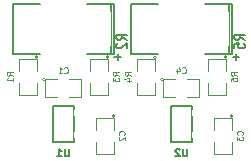
<source format=gbo>
G04 (created by PCBNEW (2013-mar-13)-testing) date Thu 04 Apr 2013 06:27:01 PM CEST*
%MOIN*%
G04 Gerber Fmt 3.4, Leading zero omitted, Abs format*
%FSLAX34Y34*%
G01*
G70*
G90*
G04 APERTURE LIST*
%ADD10C,0.006*%
%ADD11C,0.005*%
%ADD12C,0.0059*%
%ADD13C,0.0039*%
%ADD14C,0.00590551*%
%ADD15C,0.0043*%
%ADD16R,0.03X0.02*%
%ADD17R,0.0787X0.1181*%
%ADD18R,0.035X0.055*%
%ADD19R,0.055X0.035*%
%ADD20R,0.06X0.06*%
%ADD21C,0.06*%
%ADD22R,0.1X0.1*%
%ADD23C,0.1*%
%ADD24C,0.16*%
G04 APERTURE END LIST*
G54D10*
G54D11*
X46019Y-46447D02*
X45319Y-46447D01*
X45319Y-46447D02*
X45319Y-47647D01*
X45319Y-47647D02*
X46019Y-47647D01*
X46019Y-47647D02*
X46019Y-46447D01*
X42082Y-46447D02*
X41382Y-46447D01*
X41382Y-46447D02*
X41382Y-47647D01*
X41382Y-47647D02*
X42082Y-47647D01*
X42082Y-47647D02*
X42082Y-46447D01*
G54D12*
X47243Y-43070D02*
X47243Y-44724D01*
X47362Y-43070D02*
X47362Y-44724D01*
X43976Y-43070D02*
X43976Y-44724D01*
X44883Y-44726D02*
X43983Y-44726D01*
X43983Y-43068D02*
X44883Y-43068D01*
X46456Y-43068D02*
X47356Y-43068D01*
X47355Y-44726D02*
X46455Y-44726D01*
X43306Y-43070D02*
X43306Y-44724D01*
X43425Y-43070D02*
X43425Y-44724D01*
X40039Y-43070D02*
X40039Y-44724D01*
X40946Y-44726D02*
X40046Y-44726D01*
X40046Y-43068D02*
X40946Y-43068D01*
X42519Y-43068D02*
X43419Y-43068D01*
X43418Y-44726D02*
X42518Y-44726D01*
G54D13*
X45069Y-45566D02*
G75*
G03X45069Y-45566I-50J0D01*
G74*
G01*
X45469Y-45566D02*
X45069Y-45566D01*
X45069Y-45566D02*
X45069Y-46166D01*
X45069Y-46166D02*
X45469Y-46166D01*
X45869Y-46166D02*
X46269Y-46166D01*
X46269Y-46166D02*
X46269Y-45566D01*
X46269Y-45566D02*
X45869Y-45566D01*
X41132Y-45566D02*
G75*
G03X41132Y-45566I-50J0D01*
G74*
G01*
X41532Y-45566D02*
X41132Y-45566D01*
X41132Y-45566D02*
X41132Y-46166D01*
X41132Y-46166D02*
X41532Y-46166D01*
X41932Y-46166D02*
X42332Y-46166D01*
X42332Y-46166D02*
X42332Y-45566D01*
X42332Y-45566D02*
X41932Y-45566D01*
X40901Y-44822D02*
G75*
G03X40901Y-44822I-50J0D01*
G74*
G01*
X40851Y-45272D02*
X40851Y-44872D01*
X40851Y-44872D02*
X40251Y-44872D01*
X40251Y-44872D02*
X40251Y-45272D01*
X40251Y-45672D02*
X40251Y-46072D01*
X40251Y-46072D02*
X40851Y-46072D01*
X40851Y-46072D02*
X40851Y-45672D01*
X43263Y-44822D02*
G75*
G03X43263Y-44822I-50J0D01*
G74*
G01*
X43213Y-45272D02*
X43213Y-44872D01*
X43213Y-44872D02*
X42613Y-44872D01*
X42613Y-44872D02*
X42613Y-45272D01*
X42613Y-45672D02*
X42613Y-46072D01*
X42613Y-46072D02*
X43213Y-46072D01*
X43213Y-46072D02*
X43213Y-45672D01*
X44838Y-44822D02*
G75*
G03X44838Y-44822I-50J0D01*
G74*
G01*
X44788Y-45272D02*
X44788Y-44872D01*
X44788Y-44872D02*
X44188Y-44872D01*
X44188Y-44872D02*
X44188Y-45272D01*
X44188Y-45672D02*
X44188Y-46072D01*
X44188Y-46072D02*
X44788Y-46072D01*
X44788Y-46072D02*
X44788Y-45672D01*
X47200Y-44822D02*
G75*
G03X47200Y-44822I-50J0D01*
G74*
G01*
X47150Y-45272D02*
X47150Y-44872D01*
X47150Y-44872D02*
X46550Y-44872D01*
X46550Y-44872D02*
X46550Y-45272D01*
X46550Y-45672D02*
X46550Y-46072D01*
X46550Y-46072D02*
X47150Y-46072D01*
X47150Y-46072D02*
X47150Y-45672D01*
X47397Y-46790D02*
G75*
G03X47397Y-46790I-50J0D01*
G74*
G01*
X47347Y-47240D02*
X47347Y-46840D01*
X47347Y-46840D02*
X46747Y-46840D01*
X46747Y-46840D02*
X46747Y-47240D01*
X46747Y-47640D02*
X46747Y-48040D01*
X46747Y-48040D02*
X47347Y-48040D01*
X47347Y-48040D02*
X47347Y-47640D01*
X43460Y-46790D02*
G75*
G03X43460Y-46790I-50J0D01*
G74*
G01*
X43410Y-47240D02*
X43410Y-46840D01*
X43410Y-46840D02*
X42810Y-46840D01*
X42810Y-46840D02*
X42810Y-47240D01*
X42810Y-47640D02*
X42810Y-48040D01*
X42810Y-48040D02*
X43410Y-48040D01*
X43410Y-48040D02*
X43410Y-47640D01*
G54D11*
X45859Y-47882D02*
X45859Y-48085D01*
X45847Y-48108D01*
X45835Y-48120D01*
X45812Y-48132D01*
X45764Y-48132D01*
X45740Y-48120D01*
X45728Y-48108D01*
X45716Y-48085D01*
X45716Y-47882D01*
X45609Y-47906D02*
X45597Y-47894D01*
X45574Y-47882D01*
X45514Y-47882D01*
X45490Y-47894D01*
X45478Y-47906D01*
X45466Y-47930D01*
X45466Y-47954D01*
X45478Y-47989D01*
X45621Y-48132D01*
X45466Y-48132D01*
X41922Y-47882D02*
X41922Y-48085D01*
X41910Y-48108D01*
X41898Y-48120D01*
X41875Y-48132D01*
X41827Y-48132D01*
X41803Y-48120D01*
X41791Y-48108D01*
X41779Y-48085D01*
X41779Y-47882D01*
X41529Y-48132D02*
X41672Y-48132D01*
X41601Y-48132D02*
X41601Y-47882D01*
X41625Y-47918D01*
X41648Y-47942D01*
X41672Y-47954D01*
X47779Y-44241D02*
X47612Y-44141D01*
X47779Y-44069D02*
X47429Y-44069D01*
X47429Y-44184D01*
X47446Y-44212D01*
X47462Y-44227D01*
X47496Y-44241D01*
X47546Y-44241D01*
X47579Y-44227D01*
X47596Y-44212D01*
X47612Y-44184D01*
X47612Y-44069D01*
X47429Y-44512D02*
X47429Y-44369D01*
X47596Y-44355D01*
X47579Y-44369D01*
X47562Y-44398D01*
X47562Y-44469D01*
X47579Y-44498D01*
X47596Y-44512D01*
X47629Y-44527D01*
X47712Y-44527D01*
X47746Y-44512D01*
X47762Y-44498D01*
X47779Y-44469D01*
X47779Y-44398D01*
X47762Y-44369D01*
X47746Y-44355D01*
G54D14*
X47585Y-44810D02*
X47375Y-44810D01*
X47480Y-44915D02*
X47480Y-44705D01*
G54D11*
X43842Y-44241D02*
X43675Y-44141D01*
X43842Y-44069D02*
X43492Y-44069D01*
X43492Y-44184D01*
X43509Y-44212D01*
X43525Y-44227D01*
X43559Y-44241D01*
X43609Y-44241D01*
X43642Y-44227D01*
X43659Y-44212D01*
X43675Y-44184D01*
X43675Y-44069D01*
X43525Y-44355D02*
X43509Y-44369D01*
X43492Y-44398D01*
X43492Y-44469D01*
X43509Y-44498D01*
X43525Y-44512D01*
X43559Y-44527D01*
X43592Y-44527D01*
X43642Y-44512D01*
X43842Y-44341D01*
X43842Y-44527D01*
G54D14*
X43648Y-44810D02*
X43438Y-44810D01*
X43543Y-44915D02*
X43543Y-44705D01*
G54D15*
X45702Y-45336D02*
X45711Y-45345D01*
X45739Y-45355D01*
X45758Y-45355D01*
X45786Y-45345D01*
X45805Y-45327D01*
X45814Y-45308D01*
X45824Y-45270D01*
X45824Y-45242D01*
X45814Y-45205D01*
X45805Y-45186D01*
X45786Y-45167D01*
X45758Y-45158D01*
X45739Y-45158D01*
X45711Y-45167D01*
X45702Y-45177D01*
X45533Y-45223D02*
X45533Y-45355D01*
X45580Y-45148D02*
X45627Y-45289D01*
X45505Y-45289D01*
X41765Y-45336D02*
X41774Y-45345D01*
X41802Y-45355D01*
X41821Y-45355D01*
X41849Y-45345D01*
X41868Y-45327D01*
X41877Y-45308D01*
X41887Y-45270D01*
X41887Y-45242D01*
X41877Y-45205D01*
X41868Y-45186D01*
X41849Y-45167D01*
X41821Y-45158D01*
X41802Y-45158D01*
X41774Y-45167D01*
X41765Y-45177D01*
X41577Y-45355D02*
X41690Y-45355D01*
X41633Y-45355D02*
X41633Y-45158D01*
X41652Y-45186D01*
X41671Y-45205D01*
X41690Y-45214D01*
X40040Y-45439D02*
X39946Y-45373D01*
X40040Y-45327D02*
X39843Y-45327D01*
X39843Y-45402D01*
X39852Y-45420D01*
X39862Y-45430D01*
X39880Y-45439D01*
X39909Y-45439D01*
X39927Y-45430D01*
X39937Y-45420D01*
X39946Y-45402D01*
X39946Y-45327D01*
X40040Y-45627D02*
X40040Y-45514D01*
X40040Y-45570D02*
X39843Y-45570D01*
X39871Y-45552D01*
X39890Y-45533D01*
X39899Y-45514D01*
X43583Y-45439D02*
X43489Y-45373D01*
X43583Y-45327D02*
X43386Y-45327D01*
X43386Y-45402D01*
X43396Y-45420D01*
X43405Y-45430D01*
X43424Y-45439D01*
X43452Y-45439D01*
X43471Y-45430D01*
X43480Y-45420D01*
X43489Y-45402D01*
X43489Y-45327D01*
X43386Y-45505D02*
X43386Y-45627D01*
X43461Y-45561D01*
X43461Y-45589D01*
X43471Y-45608D01*
X43480Y-45617D01*
X43499Y-45627D01*
X43546Y-45627D01*
X43564Y-45617D01*
X43574Y-45608D01*
X43583Y-45589D01*
X43583Y-45533D01*
X43574Y-45514D01*
X43564Y-45505D01*
X43977Y-45439D02*
X43883Y-45373D01*
X43977Y-45327D02*
X43780Y-45327D01*
X43780Y-45402D01*
X43789Y-45420D01*
X43799Y-45430D01*
X43817Y-45439D01*
X43846Y-45439D01*
X43864Y-45430D01*
X43874Y-45420D01*
X43883Y-45402D01*
X43883Y-45327D01*
X43846Y-45608D02*
X43977Y-45608D01*
X43770Y-45561D02*
X43911Y-45514D01*
X43911Y-45636D01*
X47520Y-45439D02*
X47426Y-45373D01*
X47520Y-45327D02*
X47323Y-45327D01*
X47323Y-45402D01*
X47333Y-45420D01*
X47342Y-45430D01*
X47361Y-45439D01*
X47389Y-45439D01*
X47408Y-45430D01*
X47417Y-45420D01*
X47426Y-45402D01*
X47426Y-45327D01*
X47323Y-45608D02*
X47323Y-45570D01*
X47333Y-45552D01*
X47342Y-45542D01*
X47370Y-45524D01*
X47408Y-45514D01*
X47483Y-45514D01*
X47501Y-45524D01*
X47511Y-45533D01*
X47520Y-45552D01*
X47520Y-45589D01*
X47511Y-45608D01*
X47501Y-45617D01*
X47483Y-45627D01*
X47436Y-45627D01*
X47417Y-45617D01*
X47408Y-45608D01*
X47398Y-45589D01*
X47398Y-45552D01*
X47408Y-45533D01*
X47417Y-45524D01*
X47436Y-45514D01*
X47698Y-47408D02*
X47708Y-47398D01*
X47717Y-47370D01*
X47717Y-47351D01*
X47708Y-47323D01*
X47689Y-47304D01*
X47670Y-47295D01*
X47633Y-47286D01*
X47604Y-47286D01*
X47567Y-47295D01*
X47548Y-47304D01*
X47529Y-47323D01*
X47520Y-47351D01*
X47520Y-47370D01*
X47529Y-47398D01*
X47539Y-47408D01*
X47520Y-47473D02*
X47520Y-47595D01*
X47595Y-47530D01*
X47595Y-47558D01*
X47604Y-47576D01*
X47614Y-47586D01*
X47633Y-47595D01*
X47680Y-47595D01*
X47698Y-47586D01*
X47708Y-47576D01*
X47717Y-47558D01*
X47717Y-47501D01*
X47708Y-47483D01*
X47698Y-47473D01*
X43761Y-47408D02*
X43771Y-47398D01*
X43780Y-47370D01*
X43780Y-47351D01*
X43771Y-47323D01*
X43752Y-47304D01*
X43733Y-47295D01*
X43696Y-47286D01*
X43667Y-47286D01*
X43630Y-47295D01*
X43611Y-47304D01*
X43592Y-47323D01*
X43583Y-47351D01*
X43583Y-47370D01*
X43592Y-47398D01*
X43602Y-47408D01*
X43602Y-47483D02*
X43592Y-47492D01*
X43583Y-47511D01*
X43583Y-47558D01*
X43592Y-47576D01*
X43602Y-47586D01*
X43621Y-47595D01*
X43639Y-47595D01*
X43667Y-47586D01*
X43780Y-47473D01*
X43780Y-47595D01*
%LPC*%
G54D16*
X45169Y-47422D03*
X45169Y-46672D03*
X46169Y-47422D03*
X45169Y-47047D03*
X46169Y-46672D03*
X41232Y-47422D03*
X41232Y-46672D03*
X42232Y-47422D03*
X41232Y-47047D03*
X42232Y-46672D03*
G54D17*
X46850Y-43897D03*
X44488Y-43897D03*
X42913Y-43897D03*
X40551Y-43897D03*
G54D18*
X45294Y-45866D03*
X46044Y-45866D03*
X41357Y-45866D03*
X42107Y-45866D03*
G54D19*
X40551Y-45097D03*
X40551Y-45847D03*
X42913Y-45097D03*
X42913Y-45847D03*
X44488Y-45097D03*
X44488Y-45847D03*
X46850Y-45097D03*
X46850Y-45847D03*
X47047Y-47065D03*
X47047Y-47815D03*
X43110Y-47065D03*
X43110Y-47815D03*
G54D20*
X45700Y-53830D03*
G54D21*
X45700Y-54830D03*
X44700Y-53830D03*
X44700Y-54830D03*
X43700Y-53830D03*
X43700Y-54830D03*
X42700Y-53830D03*
X42700Y-54830D03*
X41700Y-53830D03*
X41700Y-54830D03*
G54D22*
X40732Y-42322D03*
G54D23*
X42732Y-42322D03*
G54D22*
X44669Y-42322D03*
G54D23*
X46669Y-42322D03*
G54D24*
X39370Y-39370D03*
X39370Y-57086D03*
X48228Y-39370D03*
X48228Y-57086D03*
M02*

</source>
